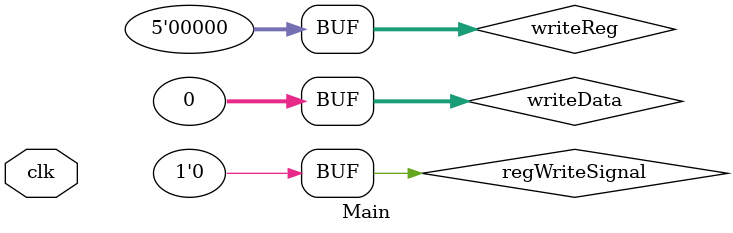
<source format=v>
`timescale 1ns / 1ps
module Main(
input clk
    );
	 wire [31:0] ins;
	 wire [31:0] pc_out;
	 wire hit;
	 wire [31:0] ins_IfId;
    wire controlUnitSignal;
	 wire [31:0] readData1;
	 wire [31:0] readData2;
	 wire [31:0] immediate;
	 wire [4:0] rt;
	 wire [4:0] rd;
	 wire RegDst;
	 wire AluSrc;
    wire MemtoReg;
	 wire RegWrite;
	 wire MemRead;
	 wire MemWrite;
	 wire Branch;
	 wire [31:0] pc;//moragheb bashim
    wire [1:0] AluOp;
	 wire [31:0] pcOut;
	 wire controlUnitSignalOut;
	 wire [31:0] readData1Out;
	 wire [31:0] readData2Out;
	 wire [31:0] immediateOut;
	 wire [4:0] rtOut;
	 wire [4:0] rdOut;
	 wire RegDstOut;
	 wire AluSrcOut;
	 wire MemtoRegOut;
	 wire RegWriteOut;
	 wire MemReadOut;
	 wire MemWriteOut;
	 wire BranchOut;
	 wire[1:0] AluOpOut;
	 reg [4:0] writeReg=0;
	 reg [31:0] writeData=0;
	 reg regWriteSignal=0;
	 
	 fetch fetch(clk,ins,pc_out,hit);
	 IFID IfId(ins,hit,clk,ins_IfId);
	 Decode decode(clk,ins_IfId,writeReg,writeData,regWriteSignal,controlUnitSignal,readData1,readData2,immediate,rt,rd,RegDst,AluSrc,MemtoReg,RegWrite,MemRead,MemWrite,Branch,AluOp);
	 IDEX IdEx(hit,clk,pc,controlUnitSignal,readData1,readData2,immediate,rt,rd,RegDst,AluSrc,MemtoReg,RegWrite,MemRead,MemWrite,Branch,AluOp,pcOut,controlUnitSignalOut,readData1Out,readData2Out,immediateOut,rtOut,rdOut,RegDstOut,AluSrcOut,MemtoRegOut,RegWriteOut,MemReadOut,MemWriteOut,BranchOut,AluOpOut);
	 

endmodule

</source>
